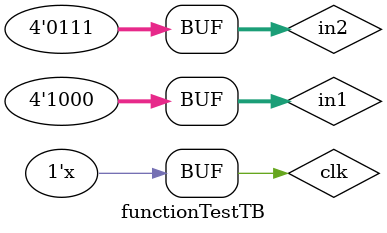
<source format=sv>
module functionTest(in1,in2,out,clk); 
  
  input [3:0] in1,in2;  
  input clk;
  output [3:0] out;    
  logic [3:0] out;
  
  function automatic [3:0] addFun; 
    
    input [3:0] a,b; 
    a=in1; 
    b=in2; 
    
    addFun=a+b; 
    $display($time," the output is: %b ",addFun);
  //  return addFun;
    
  endfunction 
  
  always @(posedge clk) begin 
    
    #5 out=addFun(in1,in2); 
    
    //we can also call it as expression ie; out = 20+addFun(in1,in2);
    
    $display($time," the output is: %b ",out);
  
  end
  
  
endmodule 

module functionTestTB; 
  
    reg [3:0] in1,in2; 
    reg clk; 
    wire [3:0] out; 
    
    functionTest ft(.in1(in1),.in2(in2),.out(out),.clk(clk));  
  
    initial begin 
      
      clk=0;
      
      #2  {in1,in2}={4'h5,4'h7};        
      #5  {in1,in2}={4'h7,4'h7}; 
      #5  {in1,in2}={4'h8,4'h7};  
      
    end 
    
    always begin 
      
      #1 clk = ~clk;
      
    end
  
endmodule




</source>
